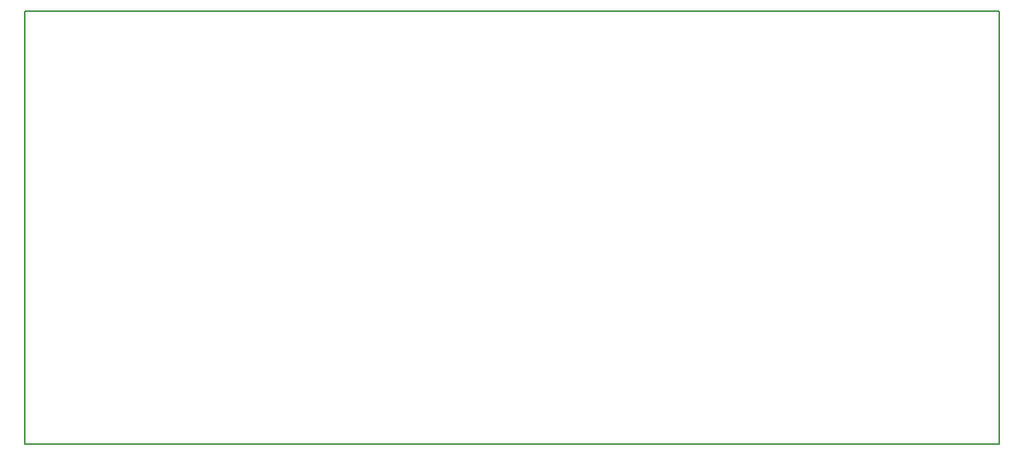
<source format=gbr>
%TF.GenerationSoftware,KiCad,Pcbnew,(6.0.4)*%
%TF.CreationDate,2022-04-08T01:44:20+01:00*%
%TF.ProjectId,test,74657374-2e6b-4696-9361-645f70636258,rev?*%
%TF.SameCoordinates,Original*%
%TF.FileFunction,Profile,NP*%
%FSLAX46Y46*%
G04 Gerber Fmt 4.6, Leading zero omitted, Abs format (unit mm)*
G04 Created by KiCad (PCBNEW (6.0.4)) date 2022-04-08 01:44:20*
%MOMM*%
%LPD*%
G01*
G04 APERTURE LIST*
%TA.AperFunction,Profile*%
%ADD10C,0.150000*%
%TD*%
G04 APERTURE END LIST*
D10*
X37465000Y-26416000D02*
X140716000Y-26416000D01*
X140716000Y-26416000D02*
X140716000Y-72390000D01*
X140716000Y-72390000D02*
X37465000Y-72390000D01*
X37465000Y-72390000D02*
X37465000Y-26416000D01*
M02*

</source>
